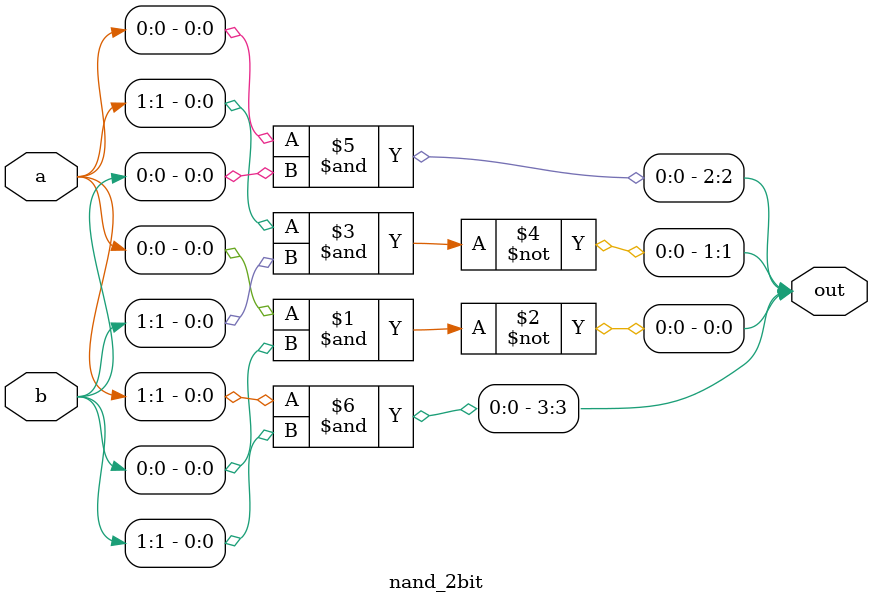
<source format=v>
/*--  *******************************************************
--  Computer Architecture Course, Laboratory Sources 
--  Amirkabir University of Technology (Tehran Polytechnic)
--  Department of Computer Engineering (CE-AUT)
--  https://ce[dot]aut[dot]ac[dot]ir
--  *******************************************************
--  All Rights reserved (C) 2019-2020
--  *******************************************************
--  Student ID  : 9829039	
--  Student Name: Pouya Mohammadi
--  Student Mail: pouyamohammadyirbu@gmail.com
--  *******************************************************
--  Additional Comments:
--
--	Teamate information:
--	Mehran Aksari
--	9831007
--*/

/*-----------------------------------------------------------
---  Module Name: Two bit NAND ---> 4bit output
---  Description: Lab 08
-----------------------------------------------------------*/
`timescale 1 ns/1 ns

module nand_2bit (
	input [1:0] a,
	input [1:0] b,
	output [3:0] out
);

    // nand gates
    nand ndG0(out[0], a[0], b[0]);
    nand ndG1(out[1], a[1], b[1]);

    // assing useless wires to and gates
    and adG0(out[2], a[0], b[0]);
    and adG1(out[3], a[1], b[1]);

endmodule

</source>
